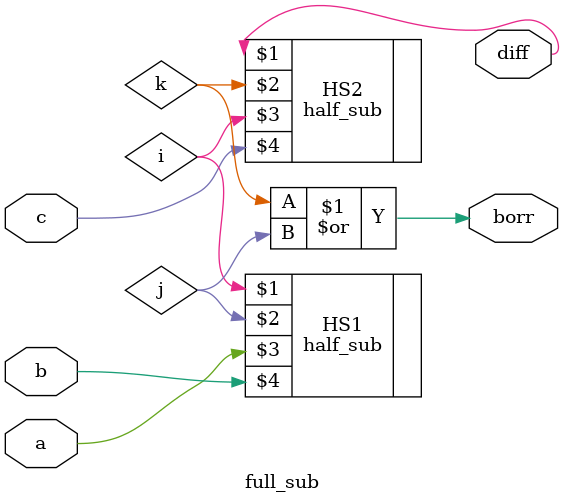
<source format=v>
`include "hs.v"

module full_sub (
    output diff, borr,
    input a, b, c
);
    wire i, j, k;
    half_sub HS1(i, j, a, b);
    half_sub HS2(diff, k, i, c);
    or(borr, k, j);
    
endmodule
</source>
